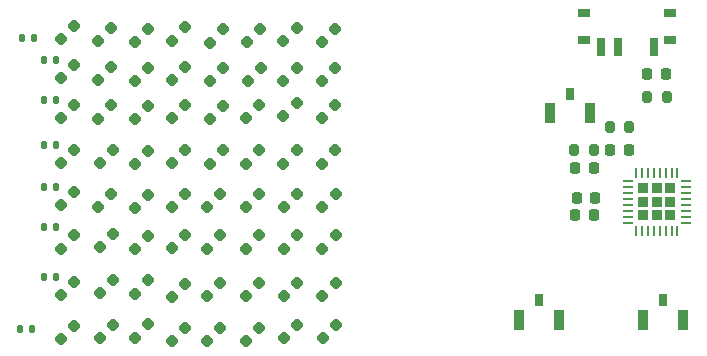
<source format=gbr>
%TF.GenerationSoftware,KiCad,Pcbnew,8.0.7*%
%TF.CreationDate,2025-04-21T23:50:56-03:00*%
%TF.ProjectId,matrixdisplay,6d617472-6978-4646-9973-706c61792e6b,rev?*%
%TF.SameCoordinates,Original*%
%TF.FileFunction,Paste,Top*%
%TF.FilePolarity,Positive*%
%FSLAX46Y46*%
G04 Gerber Fmt 4.6, Leading zero omitted, Abs format (unit mm)*
G04 Created by KiCad (PCBNEW 8.0.7) date 2025-04-21 23:50:56*
%MOMM*%
%LPD*%
G01*
G04 APERTURE LIST*
G04 Aperture macros list*
%AMRoundRect*
0 Rectangle with rounded corners*
0 $1 Rounding radius*
0 $2 $3 $4 $5 $6 $7 $8 $9 X,Y pos of 4 corners*
0 Add a 4 corners polygon primitive as box body*
4,1,4,$2,$3,$4,$5,$6,$7,$8,$9,$2,$3,0*
0 Add four circle primitives for the rounded corners*
1,1,$1+$1,$2,$3*
1,1,$1+$1,$4,$5*
1,1,$1+$1,$6,$7*
1,1,$1+$1,$8,$9*
0 Add four rect primitives between the rounded corners*
20,1,$1+$1,$2,$3,$4,$5,0*
20,1,$1+$1,$4,$5,$6,$7,0*
20,1,$1+$1,$6,$7,$8,$9,0*
20,1,$1+$1,$8,$9,$2,$3,0*%
G04 Aperture macros list end*
%ADD10R,1.000000X0.800000*%
%ADD11R,0.700000X1.500000*%
%ADD12RoundRect,0.135000X0.135000X0.185000X-0.135000X0.185000X-0.135000X-0.185000X0.135000X-0.185000X0*%
%ADD13RoundRect,0.135000X-0.135000X-0.185000X0.135000X-0.185000X0.135000X0.185000X-0.135000X0.185000X0*%
%ADD14RoundRect,0.218750X0.026517X-0.335876X0.335876X-0.026517X-0.026517X0.335876X-0.335876X0.026517X0*%
%ADD15RoundRect,0.200000X0.200000X0.275000X-0.200000X0.275000X-0.200000X-0.275000X0.200000X-0.275000X0*%
%ADD16RoundRect,0.200000X-0.200000X-0.275000X0.200000X-0.275000X0.200000X0.275000X-0.200000X0.275000X0*%
%ADD17R,0.800000X1.100000*%
%ADD18R,0.900000X1.700000*%
%ADD19RoundRect,0.225000X0.225000X0.250000X-0.225000X0.250000X-0.225000X-0.250000X0.225000X-0.250000X0*%
%ADD20RoundRect,0.232500X-0.232500X-0.232500X0.232500X-0.232500X0.232500X0.232500X-0.232500X0.232500X0*%
%ADD21RoundRect,0.062500X-0.375000X-0.062500X0.375000X-0.062500X0.375000X0.062500X-0.375000X0.062500X0*%
%ADD22RoundRect,0.062500X-0.062500X-0.375000X0.062500X-0.375000X0.062500X0.375000X-0.062500X0.375000X0*%
%ADD23RoundRect,0.218750X-0.218750X-0.256250X0.218750X-0.256250X0.218750X0.256250X-0.218750X0.256250X0*%
%ADD24RoundRect,0.218750X0.218750X0.256250X-0.218750X0.256250X-0.218750X-0.256250X0.218750X-0.256250X0*%
G04 APERTURE END LIST*
D10*
%TO.C,SW2*%
X174600000Y-77910000D03*
X174600000Y-75700000D03*
X167300000Y-77910000D03*
X167300000Y-75700000D03*
D11*
X173200000Y-78560000D03*
X170200000Y-78560000D03*
X168700000Y-78560000D03*
%TD*%
D12*
%TO.C,R11*%
X120760000Y-77800000D03*
X119740000Y-77800000D03*
%TD*%
%TO.C,R10*%
X122560000Y-79600000D03*
X121540000Y-79600000D03*
%TD*%
%TO.C,R9*%
X122560000Y-83000000D03*
X121540000Y-83000000D03*
%TD*%
%TO.C,R8*%
X122560000Y-86800000D03*
X121540000Y-86800000D03*
%TD*%
D13*
%TO.C,R7*%
X121540000Y-90400000D03*
X122560000Y-90400000D03*
%TD*%
%TO.C,R6*%
X121540000Y-93800000D03*
X122560000Y-93800000D03*
%TD*%
%TO.C,R5*%
X121540000Y-98000000D03*
X122560000Y-98000000D03*
%TD*%
%TO.C,R4*%
X119540000Y-102400000D03*
X120560000Y-102400000D03*
%TD*%
D14*
%TO.C,D66*%
X146313694Y-102100000D03*
X145200000Y-103213694D03*
%TD*%
%TO.C,D65*%
X143006847Y-102043153D03*
X141893153Y-103156847D03*
%TD*%
%TO.C,D64*%
X139756847Y-102293153D03*
X138643153Y-103406847D03*
%TD*%
%TO.C,D63*%
X136506847Y-102293153D03*
X135393153Y-103406847D03*
%TD*%
%TO.C,D62*%
X146256847Y-98493153D03*
X145143153Y-99606847D03*
%TD*%
%TO.C,D61*%
X143006847Y-98493153D03*
X141893153Y-99606847D03*
%TD*%
%TO.C,D60*%
X139756847Y-98493153D03*
X138643153Y-99606847D03*
%TD*%
%TO.C,D59*%
X136506847Y-98493153D03*
X135393153Y-99606847D03*
%TD*%
%TO.C,D58*%
X146256847Y-94493153D03*
X145143153Y-95606847D03*
%TD*%
%TO.C,D57*%
X143006847Y-94493153D03*
X141893153Y-95606847D03*
%TD*%
%TO.C,D56*%
X139756847Y-94493153D03*
X138643153Y-95606847D03*
%TD*%
%TO.C,D55*%
X136506847Y-94493153D03*
X135393153Y-95606847D03*
%TD*%
%TO.C,D54*%
X146256847Y-90993153D03*
X145143153Y-92106847D03*
%TD*%
%TO.C,D53*%
X143006847Y-90993153D03*
X141893153Y-92106847D03*
%TD*%
%TO.C,D52*%
X139756847Y-90993153D03*
X138643153Y-92106847D03*
%TD*%
%TO.C,D51*%
X136506847Y-90993153D03*
X135393153Y-92106847D03*
%TD*%
%TO.C,D50*%
X146200000Y-87300000D03*
X145086306Y-88413694D03*
%TD*%
%TO.C,D49*%
X142950000Y-87300000D03*
X141836306Y-88413694D03*
%TD*%
%TO.C,D48*%
X139813694Y-87300000D03*
X138700000Y-88413694D03*
%TD*%
%TO.C,D47*%
X136700000Y-87300000D03*
X135586306Y-88413694D03*
%TD*%
%TO.C,D46*%
X146200000Y-83443153D03*
X145086306Y-84556847D03*
%TD*%
%TO.C,D45*%
X142950000Y-83300000D03*
X141836306Y-84413694D03*
%TD*%
%TO.C,D44*%
X139813694Y-83436306D03*
X138700000Y-84550000D03*
%TD*%
%TO.C,D43*%
X136700000Y-83550000D03*
X135586306Y-84663694D03*
%TD*%
%TO.C,D42*%
X146200000Y-80300000D03*
X145086306Y-81413694D03*
%TD*%
%TO.C,D41*%
X142950000Y-80300000D03*
X141836306Y-81413694D03*
%TD*%
%TO.C,D40*%
X139950000Y-80300000D03*
X138836306Y-81413694D03*
%TD*%
%TO.C,D39*%
X136700000Y-80300000D03*
X135586306Y-81413694D03*
%TD*%
%TO.C,D38*%
X145086306Y-78106846D03*
X146200000Y-76993152D03*
%TD*%
%TO.C,D37*%
X141836306Y-78050000D03*
X142950000Y-76936306D03*
%TD*%
%TO.C,D36*%
X138774458Y-78106847D03*
X139888152Y-76993153D03*
%TD*%
%TO.C,D35*%
X136700000Y-77050000D03*
X135586306Y-78163694D03*
%TD*%
%TO.C,D34*%
X133506847Y-102316847D03*
X132393153Y-103430541D03*
%TD*%
%TO.C,D33*%
X133506847Y-98581847D03*
X132393153Y-99695541D03*
%TD*%
%TO.C,D32*%
X133506847Y-94460000D03*
X132393153Y-95573694D03*
%TD*%
%TO.C,D31*%
X133506847Y-90960000D03*
X132393153Y-92073694D03*
%TD*%
%TO.C,D30*%
X133506847Y-87230000D03*
X132393153Y-88343694D03*
%TD*%
%TO.C,D29*%
X133506847Y-83455000D03*
X132393153Y-84568694D03*
%TD*%
%TO.C,D28*%
X133506847Y-80210000D03*
X132393153Y-81323694D03*
%TD*%
%TO.C,D27*%
X133506847Y-76885000D03*
X132393153Y-77998694D03*
%TD*%
%TO.C,D26*%
X130351194Y-102035000D03*
X129237500Y-103148694D03*
%TD*%
%TO.C,D25*%
X130351194Y-98300000D03*
X129237500Y-99413694D03*
%TD*%
%TO.C,D24*%
X129237500Y-95671847D03*
X130351194Y-94558153D03*
%TD*%
%TO.C,D23*%
X130351194Y-91058153D03*
X129237500Y-92171847D03*
%TD*%
%TO.C,D22*%
X130351194Y-87328153D03*
X129237500Y-88441847D03*
%TD*%
%TO.C,D21*%
X130351194Y-83553153D03*
X129237500Y-84666847D03*
%TD*%
%TO.C,D20*%
X130351194Y-80308153D03*
X129237500Y-81421847D03*
%TD*%
%TO.C,D19*%
X130351194Y-76983153D03*
X129237500Y-78096847D03*
%TD*%
%TO.C,D18*%
X127406847Y-102043153D03*
X126293153Y-103156847D03*
%TD*%
%TO.C,D17*%
X127406847Y-98243153D03*
X126293153Y-99356847D03*
%TD*%
%TO.C,D16*%
X127449347Y-94353153D03*
X126335653Y-95466847D03*
%TD*%
%TO.C,D15*%
X126143153Y-92106847D03*
X127256847Y-90993153D03*
%TD*%
%TO.C,D14*%
X127449347Y-87243153D03*
X126335653Y-88356847D03*
%TD*%
%TO.C,D13*%
X127256847Y-83493153D03*
X126143153Y-84606847D03*
%TD*%
%TO.C,D12*%
X127256847Y-80248153D03*
X126143153Y-81361847D03*
%TD*%
%TO.C,D11*%
X127256847Y-76923153D03*
X126143153Y-78036847D03*
%TD*%
%TO.C,D10*%
X124126194Y-102175000D03*
X123012500Y-103288694D03*
%TD*%
%TO.C,D9*%
X124126194Y-98440000D03*
X123012500Y-99553694D03*
%TD*%
%TO.C,D8*%
X124126194Y-94493153D03*
X123012500Y-95606847D03*
%TD*%
%TO.C,D7*%
X124126194Y-90818153D03*
X123012500Y-91931847D03*
%TD*%
%TO.C,D6*%
X124126194Y-87243153D03*
X123012500Y-88356847D03*
%TD*%
%TO.C,D5*%
X124126194Y-83443153D03*
X123012500Y-84556847D03*
%TD*%
%TO.C,D4*%
X124126194Y-80068153D03*
X123012500Y-81181847D03*
%TD*%
%TO.C,D3*%
X124126194Y-76743153D03*
X123012500Y-77856847D03*
%TD*%
D15*
%TO.C,R2*%
X174275000Y-82800000D03*
X172625000Y-82800000D03*
%TD*%
D16*
%TO.C,R3*%
X168100000Y-87300000D03*
X166450000Y-87300000D03*
%TD*%
D17*
%TO.C,SW1*%
X166100000Y-82480000D03*
D18*
X164400000Y-84120000D03*
X167800000Y-84120000D03*
%TD*%
D19*
%TO.C,C3*%
X166675000Y-91300000D03*
X168225000Y-91300000D03*
%TD*%
D16*
%TO.C,R1*%
X171100000Y-85300000D03*
X169450000Y-85300000D03*
%TD*%
D17*
%TO.C,SW3*%
X173950000Y-99980000D03*
D18*
X172250000Y-101620000D03*
X175650000Y-101620000D03*
%TD*%
D20*
%TO.C,U1*%
X172300000Y-90500000D03*
X172300000Y-91650000D03*
X172300000Y-92800000D03*
X173450000Y-90500000D03*
X173450000Y-91650000D03*
X173450000Y-92800000D03*
X174600000Y-90500000D03*
X174600000Y-91650000D03*
X174600000Y-92800000D03*
D21*
X171012500Y-89900000D03*
X171012500Y-90400000D03*
X171012500Y-90900000D03*
X171012500Y-91400000D03*
X171012500Y-91900000D03*
X171012500Y-92400000D03*
X171012500Y-92900000D03*
X171012500Y-93400000D03*
D22*
X171700000Y-94087500D03*
X172200000Y-94087500D03*
X172700000Y-94087500D03*
X173200000Y-94087500D03*
X173700000Y-94087500D03*
X174200000Y-94087500D03*
X174700000Y-94087500D03*
X175200000Y-94087500D03*
D21*
X175887500Y-93400000D03*
X175887500Y-92900000D03*
X175887500Y-92400000D03*
X175887500Y-91900000D03*
X175887500Y-91400000D03*
X175887500Y-90900000D03*
X175887500Y-90400000D03*
X175887500Y-89900000D03*
D22*
X175200000Y-89212500D03*
X174700000Y-89212500D03*
X174200000Y-89212500D03*
X173700000Y-89212500D03*
X173200000Y-89212500D03*
X172700000Y-89212500D03*
X172200000Y-89212500D03*
X171700000Y-89212500D03*
%TD*%
D19*
%TO.C,C1*%
X166550000Y-88800000D03*
X168100000Y-88800000D03*
%TD*%
D23*
%TO.C,D2*%
X171100000Y-87300000D03*
X169525000Y-87300000D03*
%TD*%
D19*
%TO.C,C2*%
X166550000Y-92800000D03*
X168100000Y-92800000D03*
%TD*%
D24*
%TO.C,D1*%
X174200000Y-80800000D03*
X172625000Y-80800000D03*
%TD*%
D17*
%TO.C,SW4*%
X163450000Y-99980000D03*
D18*
X161750000Y-101620000D03*
X165150000Y-101620000D03*
%TD*%
M02*

</source>
